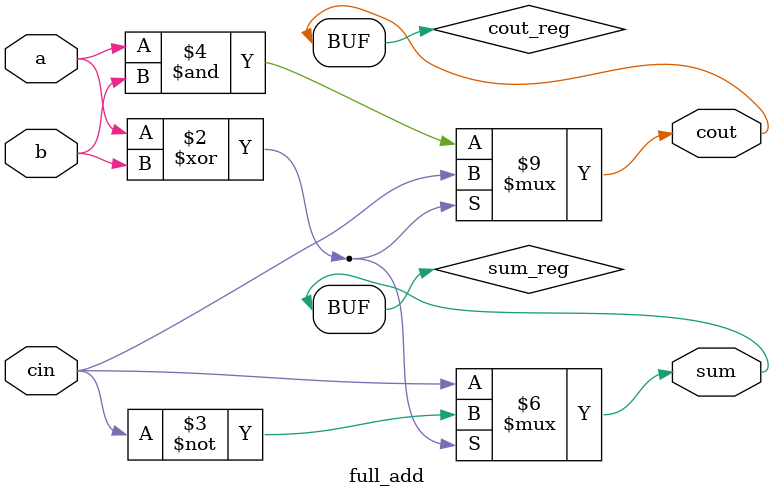
<source format=v>
module full_add ( 
    input a, b, cin,
    output sum, cout );

reg sum_reg, cout_reg;

always @* begin
if (a^b) begin
    cout_reg = cin;
    sum_reg = ~cin;
end else begin
    sum_reg = cin;
    cout_reg = (a & b);
end
end
assign sum = sum_reg;
assign cout = cout_reg;

endmodule
</source>
